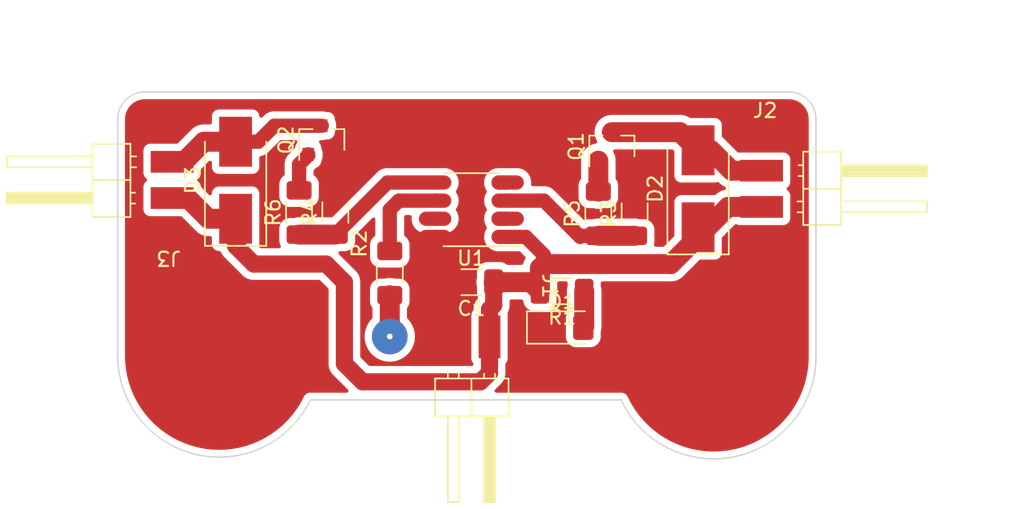
<source format=kicad_pcb>
(kicad_pcb (version 20211014) (generator pcbnew)
  (layers (0 "F.Cu" signal) (31 "B.Cu" signal) (34 "B.Paste" user) (35 "F.Paste" user) (36 "B.SilkS" user "B.Silkscreen") (37 "F.SilkS" user "F.Silkscreen") (38 "B.Mask" user) (39 "F.Mask" user) (44 "Edge.Cuts" user))
  (net 0 "")
  (net 1 "+3V3")
  (net 2 "GND")
  (net 3 "Net-(D1-Pad2)")
  (net 4 "Net-(D2-Pad2)")
  (net 5 "Net-(D3-Pad2)")
  (net 6 "Net-(Q1-Pad1)")
  (net 7 "Net-(Q2-Pad1)")
  (net 8 "UPDI")
  (net 9 "Net-(R2-Pad2)")
  (net 10 "motorL")
  (net 11 "motorR")
  (net 12 "unconnected-(U1-Pad2)")
  (net 13 "unconnected-(U1-Pad4)")
  (net 14 "unconnected-(U1-Pad7)")
  (footprint "Resistor_SMD:R_1206_3216Metric_Pad1.30x1.75mm_HandSolder" (layer "F.Cu") (at 125.095 97.985 90)
    (fp_text reference "R6" (at 0 -1.82 90) (layer "F.SilkS"))
    (fp_text value "R_Small")
    (fp_line (start -0.727064 0.91) (end 0.727064 0.91) (layer "F.SilkS") (width 0.12))
    (fp_line (start -0.727064 -0.91) (end 0.727064 -0.91) (layer "F.SilkS") (width 0.12))
    (pad "1" smd roundrect locked (at -1.55 0 90) (size 1.3 1.75) (layers "F.Cu" "F.Paste" "F.Mask") (roundrect_rratio 0.192308) (net 11 "motorR"))
    (pad "2" smd roundrect locked (at 1.55 0 90) (size 1.3 1.75) (layers "F.Cu" "F.Paste" "F.Mask") (roundrect_rratio 0.192308) (net 7 "Net-(Q2-Pad1)"))
  )
  (footprint "Diode_SMD:D_SMB_Handsoldering" (layer "F.Cu") (at 153.035 96.325 90)
    (fp_text reference "D2" (at 0 -3 90) (layer "F.SilkS"))
    (fp_text value "D_Small")
    (fp_line (start -4.6 -2.15) (end -4.6 2.15) (layer "F.SilkS") (width 0.12))
    (fp_line (start -4.6 2.15) (end 2.7 2.15) (layer "F.SilkS") (width 0.12))
    (fp_line (start -4.6 -2.15) (end 2.7 -2.15) (layer "F.SilkS") (width 0.12))
    (pad "1" smd rect locked (at -2.7 0 90) (size 3.5 2.3) (layers "F.Cu" "F.Paste" "F.Mask") (net 1 "+3V3"))
    (pad "2" smd rect locked (at 2.7 0 90) (size 3.5 2.3) (layers "F.Cu" "F.Paste" "F.Mask") (net 4 "Net-(D2-Pad2)"))
  )
  (footprint "LED_SMD:LED_1206_3216Metric_Pad1.42x1.75mm_HandSolder" (layer "F.Cu") (at 143.51 106.045)
    (fp_text reference "D1" (at 0 -1.82) (layer "F.SilkS"))
    (fp_text value "LED_Small")
    (fp_line (start 1.6 -1.135) (end -2.46 -1.135) (layer "F.SilkS") (width 0.12))
    (fp_line (start -2.46 -1.135) (end -2.46 1.135) (layer "F.SilkS") (width 0.12))
    (fp_line (start -2.46 1.135) (end 1.6 1.135) (layer "F.SilkS") (width 0.12))
    (pad "1" smd roundrect locked (at -1.4875 0) (size 1.425 1.75) (layers "F.Cu" "F.Paste" "F.Mask") (roundrect_rratio 0.175439) (net 2 "GND"))
    (pad "2" smd roundrect locked (at 1.4875 0) (size 1.425 1.75) (layers "F.Cu" "F.Paste" "F.Mask") (roundrect_rratio 0.175439) (net 3 "Net-(D1-Pad2)"))
  )
  (footprint "Resistor_SMD:R_1206_3216Metric_Pad1.30x1.75mm_HandSolder" (layer "F.Cu") (at 127.635 97.985 90)
    (fp_text reference "R4" (at 0 -1.82 90) (layer "F.SilkS"))
    (fp_text value "R_Small")
    (fp_line (start -0.727064 0.91) (end 0.727064 0.91) (layer "F.SilkS") (width 0.12))
    (fp_line (start -0.727064 -0.91) (end 0.727064 -0.91) (layer "F.SilkS") (width 0.12))
    (pad "1" smd roundrect locked (at -1.55 0 90) (size 1.3 1.75) (layers "F.Cu" "F.Paste" "F.Mask") (roundrect_rratio 0.192308) (net 11 "motorR"))
    (pad "2" smd roundrect locked (at 1.55 0 90) (size 1.3 1.75) (layers "F.Cu" "F.Paste" "F.Mask") (roundrect_rratio 0.192308) (net 2 "GND"))
  )
  (footprint "Package_SO:SOIC-8_3.9x4.9mm_P1.27mm" (layer "F.Cu") (at 137.16 97.79 180)
    (fp_text reference "U1" (at 0 -3.4) (layer "F.SilkS"))
    (fp_text value "ATtiny412-SS")
    (fp_line (start 0 -2.56) (end 1.95 -2.56) (layer "F.SilkS") (width 0.12))
    (fp_line (start 0 -2.56) (end -3.45 -2.56) (layer "F.SilkS") (width 0.12))
    (fp_line (start 0 2.56) (end 1.95 2.56) (layer "F.SilkS") (width 0.12))
    (fp_line (start 0 2.56) (end -1.95 2.56) (layer "F.SilkS") (width 0.12))
    (pad "1" smd roundrect locked (at -2.475 -1.905 180) (size 1.95 0.6) (layers "F.Cu" "F.Paste" "F.Mask") (net 1 "+3V3"))
    (pad "2" smd roundrect locked (at -2.475 -0.635 180) (size 1.95 0.6) (layers "F.Cu" "F.Paste" "F.Mask") (net 12 "unconnected-(U1-Pad2)"))
    (pad "3" smd roundrect locked (at -2.475 0.635 180) (size 1.95 0.6) (layers "F.Cu" "F.Paste" "F.Mask") (net 10 "motorL"))
    (pad "4" smd roundrect locked (at -2.475 1.905 180) (size 1.95 0.6) (layers "F.Cu" "F.Paste" "F.Mask") (net 13 "unconnected-(U1-Pad4)"))
    (pad "5" smd roundrect locked (at 2.475 1.905 180) (size 1.95 0.6) (layers "F.Cu" "F.Paste" "F.Mask") (net 11 "motorR"))
    (pad "6" smd roundrect locked (at 2.475 0.635 180) (size 1.95 0.6) (layers "F.Cu" "F.Paste" "F.Mask") (net 9 "Net-(R2-Pad2)"))
    (pad "7" smd roundrect locked (at 2.475 -0.635 180) (size 1.95 0.6) (layers "F.Cu" "F.Paste" "F.Mask") (net 14 "unconnected-(U1-Pad7)"))
    (pad "8" smd roundrect locked (at 2.475 -1.905 180) (size 1.95 0.6) (layers "F.Cu" "F.Paste" "F.Mask") (net 2 "GND"))
  )
  (footprint "BarbaLib:PinHeader_1x02_2.54mm_Horizontal_SMD_Line" (layer "F.Cu") (at 157.48 95.055)
    (fp_text reference "J2" (at 0.242711 -4.213321 unlocked) (layer "F.SilkS"))
    (fp_text value "MotorL")
    (fp_line (start 11.577781 0.377151) (end 5.577781 0.377151) (layer "F.SilkS") (width 0.12))
    (fp_line (start 2.917781 1.267151) (end 5.577781 1.267151) (layer "F.SilkS") (width 0.12))
    (fp_line (start 11.577781 2.157151) (end 11.577781 2.917151) (layer "F.SilkS") (width 0.12))
    (fp_line (start 2.587781 -0.382849) (end 2.917781 -0.382849) (layer "F.SilkS") (width 0.12))
    (fp_line (start 5.577781 0.037151) (end 11.577781 0.037151) (layer "F.SilkS") (width 0.12))
    (fp_line (start 5.577781 -0.202849) (end 11.577781 -0.202849) (layer "F.SilkS") (width 0.12))
    (fp_line (start 2.587781 0.377151) (end 2.917781 0.377151) (layer "F.SilkS") (width 0.12))
    (fp_line (start 2.917781 3.807151) (end 5.577781 3.807151) (layer "F.SilkS") (width 0.12))
    (fp_line (start 5.577781 -1.332849) (end 2.917781 -1.332849) (layer "F.SilkS") (width 0.12))
    (fp_line (start 2.917781 -1.332849) (end 2.917781 3.807151) (layer "F.SilkS") (width 0.12))
    (fp_line (start 5.577781 -0.322849) (end 11.577781 -0.322849) (layer "F.SilkS") (width 0.12))
    (fp_line (start 11.577781 -0.382849) (end 11.577781 0.377151) (layer "F.SilkS") (width 0.12))
    (fp_line (start 5.577781 -0.382849) (end 11.577781 -0.382849) (layer "F.SilkS") (width 0.12))
    (fp_line (start 5.577781 2.157151) (end 11.577781 2.157151) (layer "F.SilkS") (width 0.12))
    (fp_line (start 5.577781 0.157151) (end 11.577781 0.157151) (layer "F.SilkS") (width 0.12))
    (fp_line (start 2.52071 2.917151) (end 2.917781 2.917151) (layer "F.SilkS") (width 0.12))
    (fp_line (start 2.917781 3.807151) (end 5.577781 3.807151) (layer "F.SilkS") (width 0.12))
    (fp_line (start 5.577781 -0.082849) (end 11.577781 -0.082849) (layer "F.SilkS") (width 0.12))
    (fp_line (start 11.577781 2.917151) (end 5.577781 2.917151) (layer "F.SilkS") (width 0.12))
    (fp_line (start 5.577781 3.807151) (end 5.577781 -1.332849) (layer "F.SilkS") (width 0.12))
    (fp_line (start 2.52071 2.157151) (end 2.917781 2.157151) (layer "F.SilkS") (width 0.12))
    (fp_line (start 5.577781 0.277151) (end 11.577781 0.277151) (layer "F.SilkS") (width 0.12))
    (pad "1" smd rect (at 0 0) (size 3 1.524) (layers "F.Cu" "F.Paste" "F.Mask") (net 4 "Net-(D2-Pad2)"))
    (pad "2" smd rect (at 0 2.54) (size 3 1.524) (layers "F.Cu" "F.Paste" "F.Mask") (net 1 "+3V3"))
  )
  (footprint "Diode_SMD:D_SMB_Handsoldering" (layer "F.Cu") (at 120.65 95.725 90)
    (fp_text reference "D3" (at 0 -3 90) (layer "F.SilkS"))
    (fp_text value "D_Small")
    (fp_line (start -4.6 2.15) (end 2.7 2.15) (layer "F.SilkS") (width 0.12))
    (fp_line (start -4.6 -2.15) (end 2.7 -2.15) (layer "F.SilkS") (width 0.12))
    (fp_line (start -4.6 -2.15) (end -4.6 2.15) (layer "F.SilkS") (width 0.12))
    (pad "1" smd rect locked (at -2.7 0 90) (size 3.5 2.3) (layers "F.Cu" "F.Paste" "F.Mask") (net 1 "+3V3"))
    (pad "2" smd rect locked (at 2.7 0 90) (size 3.5 2.3) (layers "F.Cu" "F.Paste" "F.Mask") (net 5 "Net-(D3-Pad2)"))
  )
  (footprint "Resistor_SMD:R_1206_3216Metric_Pad1.30x1.75mm_HandSolder" (layer "F.Cu") (at 146.05 98.07 90)
    (fp_text reference "R5" (at 0 -1.82 90) (layer "F.SilkS"))
    (fp_text value "R_Small")
    (fp_line (start -0.727064 0.91) (end 0.727064 0.91) (layer "F.SilkS") (width 0.12))
    (fp_line (start -0.727064 -0.91) (end 0.727064 -0.91) (layer "F.SilkS") (width 0.12))
    (pad "1" smd roundrect locked (at -1.55 0 90) (size 1.3 1.75) (layers "F.Cu" "F.Paste" "F.Mask") (roundrect_rratio 0.192308) (net 10 "motorL"))
    (pad "2" smd roundrect locked (at 1.55 0 90) (size 1.3 1.75) (layers "F.Cu" "F.Paste" "F.Mask") (roundrect_rratio 0.192308) (net 6 "Net-(Q1-Pad1)"))
  )
  (footprint "BarbaLib:PinHeader_1x02_2.54mm_Horizontal_SMD_Line" (layer "F.Cu") (at 138.43 106.701425 -90)
    (fp_text reference "J1" (at -3.567289 -4.213321 -90 unlocked) (layer "F.SilkS"))
    (fp_text value "Alim")
    (fp_line (start 2.587781 0.377151) (end 2.917781 0.377151) (layer "F.SilkS") (width 0.12))
    (fp_line (start 5.577781 2.157151) (end 11.577781 2.157151) (layer "F.SilkS") (width 0.12))
    (fp_line (start 5.577781 0.157151) (end 11.577781 0.157151) (layer "F.SilkS") (width 0.12))
    (fp_line (start 5.577781 -1.332849) (end 2.917781 -1.332849) (layer "F.SilkS") (width 0.12))
    (fp_line (start 2.587781 -0.382849) (end 2.917781 -0.382849) (layer "F.SilkS") (width 0.12))
    (fp_line (start 2.917781 3.807151) (end 5.577781 3.807151) (layer "F.SilkS") (width 0.12))
    (fp_line (start 11.577781 2.917151) (end 5.577781 2.917151) (layer "F.SilkS") (width 0.12))
    (fp_line (start 5.577781 0.277151) (end 11.577781 0.277151) (layer "F.SilkS") (width 0.12))
    (fp_line (start 5.577781 -0.382849) (end 11.577781 -0.382849) (layer "F.SilkS") (width 0.12))
    (fp_line (start 2.917781 1.267151) (end 5.577781 1.267151) (layer "F.SilkS") (width 0.12))
    (fp_line (start 5.577781 -0.202849) (end 11.577781 -0.202849) (layer "F.SilkS") (width 0.12))
    (fp_line (start 11.577781 2.157151) (end 11.577781 2.917151) (layer "F.SilkS") (width 0.12))
    (fp_line (start 11.577781 0.377151) (end 5.577781 0.377151) (layer "F.SilkS") (width 0.12))
    (fp_line (start 2.52071 2.917151) (end 2.917781 2.917151) (layer "F.SilkS") (width 0.12))
    (fp_line (start 2.917781 3.807151) (end 5.577781 3.807151) (layer "F.SilkS") (width 0.12))
    (fp_line (start 2.917781 -1.332849) (end 2.917781 3.807151) (layer "F.SilkS") (width 0.12))
    (fp_line (start 11.577781 -0.382849) (end 11.577781 0.377151) (layer "F.SilkS") (width 0.12))
    (fp_line (start 5.577781 -0.082849) (end 11.577781 -0.082849) (layer "F.SilkS") (width 0.12))
    (fp_line (start 5.577781 -0.322849) (end 11.577781 -0.322849) (layer "F.SilkS") (width 0.12))
    (fp_line (start 2.52071 2.157151) (end 2.917781 2.157151) (layer "F.SilkS") (width 0.12))
    (fp_line (start 5.577781 0.037151) (end 11.577781 0.037151) (layer "F.SilkS") (width 0.12))
    (fp_line (start 5.577781 3.807151) (end 5.577781 -1.332849) (layer "F.SilkS") (width 0.12))
    (pad "1" smd rect (at 0 0 270) (size 3 1.524) (layers "F.Cu" "F.Paste" "F.Mask") (net 1 "+3V3"))
    (pad "2" smd rect (at 0 2.54 270) (size 3 1.524) (layers "F.Cu" "F.Paste" "F.Mask") (net 2 "GND"))
  )
  (footprint "Resistor_SMD:R_1206_3216Metric_Pad1.30x1.75mm_HandSolder" (layer "F.Cu") (at 148.59 98.07 90)
    (fp_text reference "R3" (at 0 -1.82 90) (layer "F.SilkS"))
    (fp_text value "R_Small")
    (fp_line (start -0.727064 0.91) (end 0.727064 0.91) (layer "F.SilkS") (width 0.12))
    (fp_line (start -0.727064 -0.91) (end 0.727064 -0.91) (layer "F.SilkS") (width 0.12))
    (pad "1" smd roundrect locked (at -1.55 0 90) (size 1.3 1.75) (layers "F.Cu" "F.Paste" "F.Mask") (roundrect_rratio 0.192308) (net 10 "motorL"))
    (pad "2" smd roundrect locked (at 1.55 0 90) (size 1.3 1.75) (layers "F.Cu" "F.Paste" "F.Mask") (roundrect_rratio 0.192308) (net 2 "GND"))
  )
  (footprint "BarbaLib:PinHeader_1x02_2.54mm_Horizontal_SMD_Line" (layer "F.Cu") (at 116.205 96.973576 180)
    (fp_text reference "J3" (at 0.242711 -4.213321 180 unlocked) (layer "F.SilkS"))
    (fp_text value "MotorR")
    (fp_line (start 5.577781 0.037151) (end 11.577781 0.037151) (layer "F.SilkS") (width 0.12))
    (fp_line (start 5.577781 2.157151) (end 11.577781 2.157151) (layer "F.SilkS") (width 0.12))
    (fp_line (start 11.577781 2.917151) (end 5.577781 2.917151) (layer "F.SilkS") (width 0.12))
    (fp_line (start 5.577781 0.157151) (end 11.577781 0.157151) (layer "F.SilkS") (width 0.12))
    (fp_line (start 2.52071 2.157151) (end 2.917781 2.157151) (layer "F.SilkS") (width 0.12))
    (fp_line (start 11.577781 -0.382849) (end 11.577781 0.377151) (layer "F.SilkS") (width 0.12))
    (fp_line (start 5.577781 -0.322849) (end 11.577781 -0.322849) (layer "F.SilkS") (width 0.12))
    (fp_line (start 5.577781 -0.382849) (end 11.577781 -0.382849) (layer "F.SilkS") (width 0.12))
    (fp_line (start 5.577781 -0.082849) (end 11.577781 -0.082849) (layer "F.SilkS") (width 0.12))
    (fp_line (start 5.577781 0.277151) (end 11.577781 0.277151) (layer "F.SilkS") (width 0.12))
    (fp_line (start 2.917781 1.267151) (end 5.577781 1.267151) (layer "F.SilkS") (width 0.12))
    (fp_line (start 11.577781 2.157151) (end 11.577781 2.917151) (layer "F.SilkS") (width 0.12))
    (fp_line (start 2.52071 2.917151) (end 2.917781 2.917151) (layer "F.SilkS") (width 0.12))
    (fp_line (start 5.577781 -0.202849) (end 11.577781 -0.202849) (layer "F.SilkS") (width 0.12))
    (fp_line (start 5.577781 -1.332849) (end 2.917781 -1.332849) (layer "F.SilkS") (width 0.12))
    (fp_line (start 5.577781 3.807151) (end 5.577781 -1.332849) (layer "F.SilkS") (width 0.12))
    (fp_line (start 2.917781 3.807151) (end 5.577781 3.807151) (layer "F.SilkS") (width 0.12))
    (fp_line (start 2.917781 3.807151) (end 5.577781 3.807151) (layer "F.SilkS") (width 0.12))
    (fp_line (start 2.587781 0.377151) (end 2.917781 0.377151) (layer "F.SilkS") (width 0.12))
    (fp_line (start 11.577781 0.377151) (end 5.577781 0.377151) (layer "F.SilkS") (width 0.12))
    (fp_line (start 2.917781 -1.332849) (end 2.917781 3.807151) (layer "F.SilkS") (width 0.12))
    (fp_line (start 2.587781 -0.382849) (end 2.917781 -0.382849) (layer "F.SilkS") (width 0.12))
    (pad "1" smd rect (at 0 0 180) (size 3 1.524) (layers "F.Cu" "F.Paste" "F.Mask") (net 1 "+3V3"))
    (pad "2" smd rect (at 0 2.54 180) (size 3 1.524) (layers "F.Cu" "F.Paste" "F.Mask") (net 5 "Net-(D3-Pad2)"))
  )
  (footprint "Package_TO_SOT_SMD:SOT-23" (layer "F.Cu") (at 126.685 92.905 90)
    (fp_text reference "Q2" (at 0 -2.5 90) (layer "F.SilkS"))
    (fp_text value "AO3400A")
    (fp_line (start 0.76 -1.58) (end -1.4 -1.58) (layer "F.SilkS") (width 0.12))
    (fp_line (start 0.76 -1.58) (end 0.76 -0.65) (layer "F.SilkS") (width 0.12))
    (fp_line (start 0.76 1.58) (end -0.7 1.58) (layer "F.SilkS") (width 0.12))
    (fp_line (start 0.76 1.58) (end 0.76 0.65) (layer "F.SilkS") (width 0.12))
    (pad "1" smd rect locked (at -1 -0.95 90) (size 0.9 0.8) (layers "F.Cu" "F.Paste" "F.Mask") (net 7 "Net-(Q2-Pad1)"))
    (pad "2" smd rect locked (at -1 0.95 90) (size 0.9 0.8) (layers "F.Cu" "F.Paste" "F.Mask") (net 2 "GND"))
    (pad "3" smd rect locked (at 1 0 90) (size 0.9 0.8) (layers "F.Cu" "F.Paste" "F.Mask") (net 5 "Net-(D3-Pad2)"))
  )
  (footprint "Capacitor_SMD:C_1206_3216Metric_Pad1.33x1.80mm_HandSolder" (layer "F.Cu") (at 137.16 102.87 180)
    (fp_text reference "C1" (at 0 -1.85) (layer "F.SilkS"))
    (fp_text value "C_Small")
    (fp_line (start -0.711252 -0.91) (end 0.711252 -0.91) (layer "F.SilkS") (width 0.12))
    (fp_line (start -0.711252 0.91) (end 0.711252 0.91) (layer "F.SilkS") (width 0.12))
    (pad "1" smd roundrect locked (at -1.5625 0 180) (size 1.325 1.8) (layers "F.Cu" "F.Paste" "F.Mask") (roundrect_rratio 0.188679) (net 1 "+3V3"))
    (pad "2" smd roundrect locked (at 1.5625 0 180) (size 1.325 1.8) (layers "F.Cu" "F.Paste" "F.Mask") (roundrect_rratio 0.188679) (net 2 "GND"))
  )
  (footprint "Resistor_SMD:R_1206_3216Metric_Pad1.30x1.75mm_HandSolder" (layer "F.Cu") (at 131.445 102.235 90)
    (fp_text reference "R2" (at 2.065 -2.135 90) (layer "F.SilkS"))
    (fp_text value "R_Small")
    (fp_line (start -0.727064 0.91) (end 0.727064 0.91) (layer "F.SilkS") (width 0.12))
    (fp_line (start -0.727064 -0.91) (end 0.727064 -0.91) (layer "F.SilkS") (width 0.12))
    (pad "1" smd roundrect locked (at -1.55 0 90) (size 1.3 1.75) (layers "F.Cu" "F.Paste" "F.Mask") (roundrect_rratio 0.192308) (net 8 "UPDI"))
    (pad "2" smd roundrect locked (at 1.55 0 90) (size 1.3 1.75) (layers "F.Cu" "F.Paste" "F.Mask") (roundrect_rratio 0.192308) (net 9 "Net-(R2-Pad2)"))
  )
  (footprint "Package_TO_SOT_SMD:SOT-23" (layer "F.Cu") (at 147 93.355 90)
    (fp_text reference "Q1" (at 0 -2.5 90) (layer "F.SilkS"))
    (fp_text value "AO3400A")
    (fp_line (start 0.76 -1.58) (end -1.4 -1.58) (layer "F.SilkS") (width 0.12))
    (fp_line (start 0.76 1.58) (end -0.7 1.58) (layer "F.SilkS") (width 0.12))
    (fp_line (start 0.76 -1.58) (end 0.76 -0.65) (layer "F.SilkS") (width 0.12))
    (fp_line (start 0.76 1.58) (end 0.76 0.65) (layer "F.SilkS") (width 0.12))
    (pad "1" smd rect locked (at -1 -0.95 90) (size 0.9 0.8) (layers "F.Cu" "F.Paste" "F.Mask") (net 6 "Net-(Q1-Pad1)"))
    (pad "2" smd rect locked (at -1 0.95 90) (size 0.9 0.8) (layers "F.Cu" "F.Paste" "F.Mask") (net 2 "GND"))
    (pad "3" smd rect locked (at 1 0 90) (size 0.9 0.8) (layers "F.Cu" "F.Paste" "F.Mask") (net 4 "Net-(D2-Pad2)"))
  )
  (footprint "Resistor_SMD:R_1206_3216Metric_Pad1.30x1.75mm_HandSolder" (layer "F.Cu") (at 143.51 103.505 180)
    (fp_text reference "R1" (at 0 -1.82) (layer "F.SilkS"))
    (fp_text value "R_Small")
    (fp_line (start -0.727064 0.91) (end 0.727064 0.91) (layer "F.SilkS") (width 0.12))
    (fp_line (start -0.727064 -0.91) (end 0.727064 -0.91) (layer "F.SilkS") (width 0.12))
    (pad "1" smd roundrect locked (at -1.55 0 180) (size 1.3 1.75) (layers "F.Cu" "F.Paste" "F.Mask") (roundrect_rratio 0.192308) (net 3 "Net-(D1-Pad2)"))
    (pad "2" smd roundrect locked (at 1.55 0 180) (size 1.3 1.75) (layers "F.Cu" "F.Paste" "F.Mask") (roundrect_rratio 0.192308) (net 1 "+3V3"))
  )
  (gr_arc (start 125.890212 111.125) (mid 117.870649 114.943901) (end 112.395 107.95) (layer "Edge.Cuts") (width 0.1))
  (gr_arc (start 161.29 107.95) (mid 155.753165 115.065577) (end 147.643922 111.125) (layer "Edge.Cuts") (width 0.1))
  (gr_line (start 112.395 107.95) (end 112.395 91.44) (layer "Edge.Cuts") (width 0.1))
  (gr_line (start 114.3 89.535) (end 159.385 89.535) (layer "Edge.Cuts") (width 0.1))
  (gr_arc (start 112.395 91.44) (mid 112.952962 90.092962) (end 114.3 89.535) (layer "Edge.Cuts") (width 0.1))
  (gr_line (start 125.890212 111.125) (end 147.643922 111.125) (layer "Edge.Cuts") (width 0.1))
  (gr_line (start 161.29 107.95) (end 161.29 91.44) (layer "Edge.Cuts") (width 0.1))
  (gr_arc (start 159.385 89.535) (mid 160.732038 90.092962) (end 161.29 91.44) (layer "Edge.Cuts") (width 0.1))
  (segment (start 141.325 102.87) (end 138.7225 102.87) (width 1.4) (layer "F.Cu") (net 1))
  (segment (start 139.635 99.695) (end 140.97 99.695) (width 1) (layer "F.Cu") (net 1))
  (segment (start 138.43 106.701425) (end 138.43 109.22) (width 1.2) (layer "F.Cu") (net 1))
  (segment (start 142.24 101.6) (end 141.96 101.88) (width 1.4) (layer "F.Cu") (net 1))
  (segment (start 138.43 109.22) (end 137.795 109.855) (width 1.2) (layer "F.Cu") (net 1))
  (segment (start 128.27 108.585) (end 128.27 102.87) (width 1.2) (layer "F.Cu") (net 1))
  (segment (start 121.92 101.6) (end 120.65 100.33) (width 1.2) (layer "F.Cu") (net 1))
  (segment (start 117.293576 96.973576) (end 118.745 98.425) (width 1.4) (layer "F.Cu") (net 1))
  (segment (start 137.795 109.855) (end 129.54 109.855) (width 1.2) (layer "F.Cu") (net 1))
  (segment (start 153.705 99.025) (end 155.135 97.595) (width 1.4) (layer "F.Cu") (net 1))
  (segment (start 138.7225 104.4825) (end 138.43 104.775) (width 1.2) (layer "F.Cu") (net 1))
  (segment (start 138.43 104.775) (end 138.43 106.701425) (width 1.2) (layer "F.Cu") (net 1))
  (segment (start 118.745 98.425) (end 120.65 98.425) (width 1.4) (layer "F.Cu") (net 1))
  (segment (start 142.24 100.965) (end 142.24 101.6) (width 1) (layer "F.Cu") (net 1))
  (segment (start 128.27 102.87) (end 127 101.6) (width 1.2) (layer "F.Cu") (net 1))
  (segment (start 116.205 96.973576) (end 117.293576 96.973576) (width 1.4) (layer "F.Cu") (net 1))
  (segment (start 155.135 97.595) (end 157.48 97.595) (width 1.4) (layer "F.Cu") (net 1))
  (segment (start 138.7225 102.87) (end 138.7225 104.4825) (width 1.2) (layer "F.Cu") (net 1))
  (segment (start 153.035 99.695) (end 151.13 101.6) (width 1.4) (layer "F.Cu") (net 1))
  (segment (start 140.97 99.695) (end 142.24 100.965) (width 1) (layer "F.Cu") (net 1))
  (segment (start 141.96 101.88) (end 141.96 103.505) (width 1.4) (layer "F.Cu") (net 1))
  (segment (start 153.035 99.025) (end 153.035 99.695) (width 1.4) (layer "F.Cu") (net 1))
  (segment (start 120.65 100.33) (end 120.65 98.425) (width 1.2) (layer "F.Cu") (net 1))
  (segment (start 151.13 101.6) (end 142.24 101.6) (width 1.4) (layer "F.Cu") (net 1))
  (segment (start 153.035 99.025) (end 153.705 99.025) (width 1.4) (layer "F.Cu") (net 1))
  (segment (start 129.54 109.855) (end 128.27 108.585) (width 1.2) (layer "F.Cu") (net 1))
  (segment (start 139.635 99.695) (end 139.065 99.695) (width 1) (layer "F.Cu") (net 1))
  (segment (start 127 101.6) (end 121.92 101.6) (width 1.2) (layer "F.Cu") (net 1))
  (segment (start 141.96 103.505) (end 141.325 102.87) (width 1.4) (layer "F.Cu") (net 1))
  (segment (start 135.5975 100.6075) (end 135.5975 102.87) (width 1) (layer "F.Cu") (net 2))
  (segment (start 127.635 93.905) (end 127.635 96.435) (width 1) (layer "F.Cu") (net 2))
  (segment (start 134.685 99.695) (end 135.255 99.695) (width 1) (layer "F.Cu") (net 2))
  (segment (start 135.5975 104.4825) (end 135.89 104.775) (width 1.2) (layer "F.Cu") (net 2))
  (segment (start 148.59 94.615) (end 148.59 96.52) (width 1.4) (layer "F.Cu") (net 2))
  (segment (start 148.33 94.355) (end 148.59 94.615) (width 1.4) (layer "F.Cu") (net 2))
  (segment (start 135.5975 102.87) (end 135.5975 104.4825) (width 1.2) (layer "F.Cu") (net 2))
  (segment (start 134.685 99.695) (end 133.985 99.695) (width 1) (layer "F.Cu") (net 2))
  (segment (start 135.89 104.775) (end 135.89 106.701425) (width 1.2) (layer "F.Cu") (net 2))
  (segment (start 134.685 99.695) (end 135.5975 100.6075) (width 1) (layer "F.Cu") (net 2))
  (segment (start 147.95 94.355) (end 148.33 94.355) (width 1.4) (layer "F.Cu") (net 2))
  (segment (start 145.06 105.9825) (end 144.9975 106.045) (width 1.4) (layer "F.Cu") (net 3))
  (segment (start 145.06 103.505) (end 145.06 105.9825) (width 1.4) (layer "F.Cu") (net 3))
  (segment (start 153.035 93.625) (end 151.765 92.355) (width 1.4) (layer "F.Cu") (net 4))
  (segment (start 151.765 92.355) (end 147 92.355) (width 1.4) (layer "F.Cu") (net 4))
  (segment (start 153.95 93.625) (end 155.38 95.055) (width 1.4) (layer "F.Cu") (net 4))
  (segment (start 155.38 95.055) (end 157.48 95.055) (width 1.4) (layer "F.Cu") (net 4))
  (segment (start 153.035 93.625) (end 153.95 93.625) (width 1.4) (layer "F.Cu") (net 4))
  (segment (start 120.65 93.025) (end 122.24 93.025) (width 1) (layer "F.Cu") (net 5))
  (segment (start 117.021424 94.433576) (end 118.43 93.025) (width 1.4) (layer "F.Cu") (net 5))
  (segment (start 122.24 93.025) (end 123.36 91.905) (width 1) (layer "F.Cu") (net 5))
  (segment (start 123.36 91.905) (end 126.685 91.905) (width 1) (layer "F.Cu") (net 5))
  (segment (start 118.43 93.025) (end 120.65 93.025) (width 1.4) (layer "F.Cu") (net 5))
  (segment (start 116.205 94.433576) (end 117.021424 94.433576) (width 1.4) (layer "F.Cu") (net 5))
  (segment (start 146.05 94.355) (end 146.05 96.52) (width 1.4) (layer "F.Cu") (net 6))
  (segment (start 125.735 93.905) (end 125.735 93.975) (width 1) (layer "F.Cu") (net 7))
  (segment (start 125.095 94.615) (end 125.095 96.435) (width 1) (layer "F.Cu") (net 7))
  (segment (start 125.735 93.975) (end 125.095 94.615) (width 1) (layer "F.Cu") (net 7))
  (segment (start 131.445 103.785) (end 131.445 106.68) (width 1.4) (layer "F.Cu") (net 8))
  (via blind (at 131.445 106.68) (size 2.5) (drill 0.4) (layers "F.Cu" "B.Cu") (net 8))
  (segment (start 132.08 97.155) (end 131.445 97.79) (width 1) (layer "F.Cu") (net 9))
  (segment (start 134.685 97.155) (end 132.08 97.155) (width 1) (layer "F.Cu") (net 9))
  (segment (start 131.445 97.79) (end 131.445 100.685) (width 1) (layer "F.Cu") (net 9))
  (segment (start 134.685 97.155) (end 135.255 97.155) (width 1) (layer "F.Cu") (net 9))
  (segment (start 148.59 99.62) (end 146.05 99.62) (width 1.4) (layer "F.Cu") (net 10))
  (segment (start 144.855 99.62) (end 146.05 99.62) (width 1) (layer "F.Cu") (net 10))
  (segment (start 144.78 99.695) (end 144.855 99.62) (width 1) (layer "F.Cu") (net 10))
  (segment (start 139.635 97.155) (end 139.065 97.155) (width 1) (layer "F.Cu") (net 10))
  (segment (start 142.24 97.155) (end 144.78 99.695) (width 1) (layer "F.Cu") (net 10))
  (segment (start 139.635 97.155) (end 142.24 97.155) (width 1) (layer "F.Cu") (net 10))
  (segment (start 131.285 95.885) (end 127.635 99.535) (width 1) (layer "F.Cu") (net 11))
  (segment (start 127.635 99.535) (end 125.095 99.535) (width 1.4) (layer "F.Cu") (net 11))
  (segment (start 134.685 95.885) (end 131.285 95.885) (width 1) (layer "F.Cu") (net 11))
  (segment (start 134.685 95.885) (end 135.255 95.885) (width 1) (layer "F.Cu") (net 11))
  (segment (start 139.065 98.425) (end 140.335 98.425) (width 1) (layer "F.Cu") (net 12))
  (segment (start 139.635 98.425) (end 139.065 98.425) (width 1) (layer "F.Cu") (net 12))
  (segment (start 139.635 95.885) (end 139.065 95.885) (width 1) (layer "F.Cu") (net 13))
  (segment (start 139.065 95.885) (end 140.335 95.885) (width 1) (layer "F.Cu") (net 13))
  (segment (start 134.685 98.425) (end 133.985 98.425) (width 1) (layer "F.Cu") (net 14))
  (segment (start 135.255 98.425) (end 134.685 98.425) (width 1) (layer "F.Cu") (net 14))
  (zone (net 2) (net_name "GND") (layer "F.Cu") (connect_pads yes (clearance 0.508)) (min_thickness 0.254) (fill yes (thermal_gap 0.508) (thermal_bridge_width 0.508))
    (polygon (pts (xy 161.925 116.84) (xy 111.76 116.84) (xy 111.76 87.63) (xy 161.925 87.63)))
  )
)
</source>
